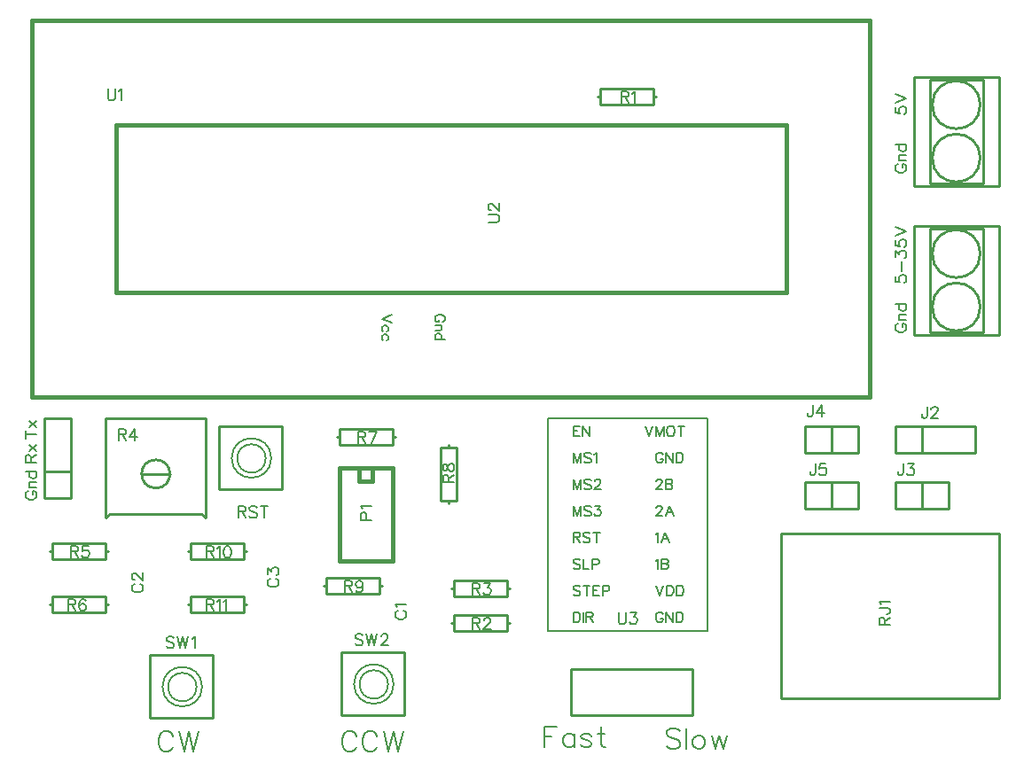
<source format=gto>
G04 Layer: TopSilkLayer*
G04 EasyEDA v6.1.49, Fri, 31 May 2019 17:24:00 GMT*
G04 71df6b768b89431483a7d7af08236151,dc0d9e76242740cdbd9464dc56747404,10*
G04 Gerber Generator version 0.2*
G04 Scale: 100 percent, Rotated: No, Reflected: No *
G04 Dimensions in millimeters *
G04 leading zeros omitted , absolute positions ,3 integer and 3 decimal *
%FSLAX33Y33*%
%MOMM*%
G90*
G71D02*

%ADD10C,0.254000*%
%ADD26C,0.381000*%
%ADD27C,0.127000*%
%ADD28C,0.177800*%
%ADD29C,0.203200*%

%LPD*%
G54D10*
G01X5080Y25400D02*
G01X2540Y25400D01*
G01X2540Y25400D02*
G01X2540Y27940D01*
G01X2540Y27940D02*
G01X2540Y33020D01*
G01X2540Y33020D02*
G01X5080Y33020D01*
G01X5080Y33020D02*
G01X5080Y27940D01*
G01X5080Y27940D02*
G01X5080Y25400D01*
G01X5080Y27940D02*
G01X2540Y27940D01*
G01X80264Y32258D02*
G01X80264Y29718D01*
G01X80264Y29718D02*
G01X77724Y29718D01*
G01X77724Y29718D02*
G01X75184Y29718D01*
G01X75184Y29718D02*
G01X75184Y32258D01*
G01X75184Y32258D02*
G01X77724Y32258D01*
G01X77724Y32258D02*
G01X80264Y32258D01*
G01X77724Y32258D02*
G01X77724Y29718D01*
G01X83820Y24384D02*
G01X83820Y26924D01*
G01X83820Y26924D02*
G01X86360Y26924D01*
G01X86360Y26924D02*
G01X88900Y26924D01*
G01X88900Y26924D02*
G01X88900Y24384D01*
G01X88900Y24384D02*
G01X86360Y24384D01*
G01X86360Y24384D02*
G01X83820Y24384D01*
G01X86360Y24384D02*
G01X86360Y26924D01*
G01X12653Y10414D02*
G01X18652Y10414D01*
G01X18652Y4414D01*
G01X12653Y4414D01*
G01X12653Y10414D01*
G01X30941Y10668D02*
G01X36940Y10668D01*
G01X36940Y4668D01*
G01X30941Y4668D01*
G01X30941Y10668D01*
G01X19257Y32258D02*
G01X25256Y32258D01*
G01X25256Y26258D01*
G01X19257Y26258D01*
G01X19257Y32258D01*
G01X85598Y51435D02*
G01X93726Y51435D01*
G01X93726Y41021D01*
G01X85598Y41021D01*
G01X85598Y51435D01*
G01X87122Y51181D02*
G01X92202Y51181D01*
G01X92202Y41275D01*
G01X87122Y41275D01*
G01X87122Y51181D01*
G01X52857Y9042D02*
G01X52857Y4673D01*
G01X52857Y4673D02*
G01X64490Y4673D01*
G01X64490Y4673D02*
G01X64490Y9042D01*
G01X64490Y9042D02*
G01X52857Y9042D01*
G01X85598Y65659D02*
G01X93726Y65659D01*
G01X93726Y55245D01*
G01X85598Y55245D01*
G01X85598Y65659D01*
G01X87122Y65405D02*
G01X92202Y65405D01*
G01X92202Y55499D01*
G01X87122Y55499D01*
G01X87122Y65405D01*
G54D26*
G01X9403Y45085D02*
G01X73400Y45085D01*
G01X73400Y45085D02*
G01X73400Y61087D01*
G01X73400Y61087D02*
G01X9403Y61087D01*
G01X9403Y61087D02*
G01X9403Y45085D01*
G01X1402Y71086D02*
G01X81401Y71086D01*
G01X81401Y71086D02*
G01X81401Y35085D01*
G01X81401Y35085D02*
G01X1402Y35085D01*
G01X1402Y35085D02*
G01X1402Y71086D01*
G54D27*
G01X65913Y12700D02*
G01X50673Y12700D01*
G01X50673Y33020D01*
G01X65913Y33020D01*
G01X65913Y12700D01*
G54D10*
G01X93728Y6311D02*
G01X93728Y22059D01*
G01X72900Y22059D01*
G01X72900Y6311D01*
G01X93728Y6311D01*
G01X60706Y62992D02*
G01X55626Y62992D01*
G01X55626Y62992D02*
G01X55626Y63754D01*
G01X55626Y63754D02*
G01X55626Y64516D01*
G01X55626Y64516D02*
G01X60706Y64516D01*
G01X60706Y64516D02*
G01X60706Y63754D01*
G01X60706Y63754D02*
G01X60706Y62992D01*
G01X55626Y63754D02*
G01X55372Y63754D01*
G01X60706Y63754D02*
G01X60960Y63754D01*
G01X41656Y14224D02*
G01X46736Y14224D01*
G01X46736Y14224D02*
G01X46736Y13462D01*
G01X46736Y13462D02*
G01X46736Y12700D01*
G01X46736Y12700D02*
G01X41656Y12700D01*
G01X41656Y12700D02*
G01X41656Y13462D01*
G01X41656Y13462D02*
G01X41656Y14224D01*
G01X46736Y13462D02*
G01X46990Y13462D01*
G01X41656Y13462D02*
G01X41402Y13462D01*
G01X83820Y29718D02*
G01X83820Y32258D01*
G01X83820Y32258D02*
G01X86360Y32258D01*
G01X86360Y32258D02*
G01X91440Y32258D01*
G01X91440Y32258D02*
G01X91440Y29718D01*
G01X91440Y29718D02*
G01X86360Y29718D01*
G01X86360Y29718D02*
G01X83820Y29718D01*
G01X86360Y29718D02*
G01X86360Y32258D01*
G01X41656Y17526D02*
G01X46736Y17526D01*
G01X46736Y17526D02*
G01X46736Y16764D01*
G01X46736Y16764D02*
G01X46736Y16002D01*
G01X46736Y16002D02*
G01X41656Y16002D01*
G01X41656Y16002D02*
G01X41656Y16764D01*
G01X41656Y16764D02*
G01X41656Y17526D01*
G01X46736Y16764D02*
G01X46990Y16764D01*
G01X41656Y16764D02*
G01X41402Y16764D01*
G01X75184Y24384D02*
G01X75184Y26924D01*
G01X75184Y26924D02*
G01X77724Y26924D01*
G01X77724Y26924D02*
G01X80264Y26924D01*
G01X80264Y26924D02*
G01X80264Y24384D01*
G01X80264Y24384D02*
G01X77724Y24384D01*
G01X77724Y24384D02*
G01X75184Y24384D01*
G01X77724Y24384D02*
G01X77724Y26924D01*
G54D26*
G01X35814Y28321D02*
G01X35814Y19431D01*
G01X35814Y19431D02*
G01X30734Y19431D01*
G01X30734Y19431D02*
G01X30734Y28321D01*
G01X30734Y28321D02*
G01X35814Y28321D01*
G01X33909Y28321D02*
G01X33909Y27051D01*
G01X33909Y27051D02*
G01X32639Y27051D01*
G01X32639Y27051D02*
G01X32639Y28321D01*
G54D10*
G01X14562Y27726D02*
G01X11851Y27726D01*
G01X17958Y33076D02*
G01X8458Y33076D01*
G01X8458Y27726D01*
G01X8458Y23576D01*
G01X8803Y23916D01*
G01X17566Y23916D01*
G01X17958Y23576D01*
G01X17958Y27726D01*
G01X17958Y33076D01*
G01X8382Y19558D02*
G01X3302Y19558D01*
G01X3302Y19558D02*
G01X3302Y20320D01*
G01X3302Y20320D02*
G01X3302Y21082D01*
G01X3302Y21082D02*
G01X8382Y21082D01*
G01X8382Y21082D02*
G01X8382Y20320D01*
G01X8382Y20320D02*
G01X8382Y19558D01*
G01X3302Y20320D02*
G01X3048Y20320D01*
G01X8382Y20320D02*
G01X8636Y20320D01*
G01X3302Y16002D02*
G01X8382Y16002D01*
G01X8382Y16002D02*
G01X8382Y15240D01*
G01X8382Y15240D02*
G01X8382Y14478D01*
G01X8382Y14478D02*
G01X3302Y14478D01*
G01X3302Y14478D02*
G01X3302Y15240D01*
G01X3302Y15240D02*
G01X3302Y16002D01*
G01X8382Y15240D02*
G01X8636Y15240D01*
G01X3302Y15240D02*
G01X3048Y15240D01*
G01X35814Y30480D02*
G01X30734Y30480D01*
G01X30734Y30480D02*
G01X30734Y31242D01*
G01X30734Y31242D02*
G01X30734Y32004D01*
G01X30734Y32004D02*
G01X35814Y32004D01*
G01X35814Y32004D02*
G01X35814Y31242D01*
G01X35814Y31242D02*
G01X35814Y30480D01*
G01X30734Y31242D02*
G01X30480Y31242D01*
G01X35814Y31242D02*
G01X36068Y31242D01*
G01X40386Y25146D02*
G01X40386Y30226D01*
G01X40386Y30226D02*
G01X41148Y30226D01*
G01X41148Y30226D02*
G01X41910Y30226D01*
G01X41910Y30226D02*
G01X41910Y25146D01*
G01X41910Y25146D02*
G01X41148Y25146D01*
G01X41148Y25146D02*
G01X40386Y25146D01*
G01X41148Y30226D02*
G01X41148Y30480D01*
G01X41148Y25146D02*
G01X41148Y24892D01*
G01X29464Y17780D02*
G01X34544Y17780D01*
G01X34544Y17780D02*
G01X34544Y17018D01*
G01X34544Y17018D02*
G01X34544Y16256D01*
G01X34544Y16256D02*
G01X29464Y16256D01*
G01X29464Y16256D02*
G01X29464Y17018D01*
G01X29464Y17018D02*
G01X29464Y17780D01*
G01X34544Y17018D02*
G01X34798Y17018D01*
G01X29464Y17018D02*
G01X29210Y17018D01*
G01X21590Y19558D02*
G01X16510Y19558D01*
G01X16510Y19558D02*
G01X16510Y20320D01*
G01X16510Y20320D02*
G01X16510Y21082D01*
G01X16510Y21082D02*
G01X21590Y21082D01*
G01X21590Y21082D02*
G01X21590Y20320D01*
G01X21590Y20320D02*
G01X21590Y19558D01*
G01X16510Y20320D02*
G01X16256Y20320D01*
G01X21590Y20320D02*
G01X21844Y20320D01*
G01X21590Y14478D02*
G01X16510Y14478D01*
G01X16510Y14478D02*
G01X16510Y15240D01*
G01X16510Y15240D02*
G01X16510Y16002D01*
G01X16510Y16002D02*
G01X21590Y16002D01*
G01X21590Y16002D02*
G01X21590Y15240D01*
G01X21590Y15240D02*
G01X21590Y14478D01*
G01X16510Y15240D02*
G01X16256Y15240D01*
G01X21590Y15240D02*
G01X21844Y15240D01*
G54D28*
G01X75958Y34290D02*
G01X75958Y33459D01*
G01X75905Y33304D01*
G01X75854Y33251D01*
G01X75750Y33200D01*
G01X75646Y33200D01*
G01X75542Y33251D01*
G01X75488Y33304D01*
G01X75438Y33459D01*
G01X75438Y33563D01*
G01X76819Y34290D02*
G01X76301Y33563D01*
G01X77078Y33563D01*
G01X76819Y34290D02*
G01X76819Y33200D01*
G01X84594Y28702D02*
G01X84594Y27871D01*
G01X84541Y27716D01*
G01X84490Y27663D01*
G01X84386Y27612D01*
G01X84282Y27612D01*
G01X84178Y27663D01*
G01X84124Y27716D01*
G01X84074Y27871D01*
G01X84074Y27975D01*
G01X85039Y28702D02*
G01X85610Y28702D01*
G01X85300Y28287D01*
G01X85455Y28287D01*
G01X85559Y28234D01*
G01X85610Y28183D01*
G01X85664Y28028D01*
G01X85664Y27924D01*
G01X85610Y27767D01*
G01X85509Y27663D01*
G01X85351Y27612D01*
G01X85196Y27612D01*
G01X85039Y27663D01*
G01X84988Y27716D01*
G01X84937Y27820D01*
G01X14950Y12037D02*
G01X14846Y12141D01*
G01X14691Y12192D01*
G01X14483Y12192D01*
G01X14328Y12141D01*
G01X14224Y12037D01*
G01X14224Y11932D01*
G01X14274Y11828D01*
G01X14328Y11777D01*
G01X14429Y11724D01*
G01X14742Y11620D01*
G01X14846Y11569D01*
G01X14899Y11518D01*
G01X14950Y11414D01*
G01X14950Y11257D01*
G01X14846Y11153D01*
G01X14691Y11102D01*
G01X14483Y11102D01*
G01X14328Y11153D01*
G01X14224Y11257D01*
G01X15293Y12192D02*
G01X15552Y11102D01*
G01X15814Y12192D02*
G01X15552Y11102D01*
G01X15814Y12192D02*
G01X16073Y11102D01*
G01X16332Y12192D02*
G01X16073Y11102D01*
G01X16675Y11986D02*
G01X16779Y12037D01*
G01X16934Y12192D01*
G01X16934Y11102D01*
G01X32984Y12291D02*
G01X32880Y12395D01*
G01X32725Y12446D01*
G01X32517Y12446D01*
G01X32362Y12395D01*
G01X32258Y12291D01*
G01X32258Y12186D01*
G01X32308Y12082D01*
G01X32362Y12031D01*
G01X32463Y11978D01*
G01X32776Y11874D01*
G01X32880Y11823D01*
G01X32933Y11772D01*
G01X32984Y11668D01*
G01X32984Y11511D01*
G01X32880Y11407D01*
G01X32725Y11356D01*
G01X32517Y11356D01*
G01X32362Y11407D01*
G01X32258Y11511D01*
G01X33327Y12446D02*
G01X33586Y11356D01*
G01X33848Y12446D02*
G01X33586Y11356D01*
G01X33848Y12446D02*
G01X34107Y11356D01*
G01X34366Y12446D02*
G01X34107Y11356D01*
G01X34762Y12186D02*
G01X34762Y12240D01*
G01X34813Y12344D01*
G01X34864Y12395D01*
G01X34968Y12446D01*
G01X35176Y12446D01*
G01X35280Y12395D01*
G01X35333Y12344D01*
G01X35384Y12240D01*
G01X35384Y12136D01*
G01X35333Y12031D01*
G01X35229Y11874D01*
G01X34709Y11356D01*
G01X35435Y11356D01*
G01X21081Y24637D02*
G01X21081Y23548D01*
G01X21081Y24637D02*
G01X21549Y24637D01*
G01X21704Y24587D01*
G01X21757Y24536D01*
G01X21808Y24432D01*
G01X21808Y24328D01*
G01X21757Y24223D01*
G01X21704Y24170D01*
G01X21549Y24119D01*
G01X21081Y24119D01*
G01X21445Y24119D02*
G01X21808Y23548D01*
G01X22877Y24483D02*
G01X22773Y24587D01*
G01X22618Y24637D01*
G01X22410Y24637D01*
G01X22255Y24587D01*
G01X22151Y24483D01*
G01X22151Y24378D01*
G01X22202Y24274D01*
G01X22255Y24223D01*
G01X22359Y24170D01*
G01X22672Y24066D01*
G01X22773Y24015D01*
G01X22826Y23964D01*
G01X22877Y23860D01*
G01X22877Y23703D01*
G01X22773Y23599D01*
G01X22618Y23548D01*
G01X22410Y23548D01*
G01X22255Y23599D01*
G01X22151Y23703D01*
G01X23586Y24637D02*
G01X23586Y23548D01*
G01X23220Y24637D02*
G01X23949Y24637D01*
G01X8636Y64516D02*
G01X8636Y63738D01*
G01X8689Y63581D01*
G01X8793Y63477D01*
G01X8948Y63426D01*
G01X9052Y63426D01*
G01X9207Y63477D01*
G01X9311Y63581D01*
G01X9365Y63738D01*
G01X9365Y64516D01*
G01X9707Y64310D02*
G01X9812Y64361D01*
G01X9966Y64516D01*
G01X9966Y63426D01*
G01X44957Y51795D02*
G01X45735Y51795D01*
G01X45892Y51846D01*
G01X45996Y51950D01*
G01X46047Y52108D01*
G01X46047Y52212D01*
G01X45996Y52367D01*
G01X45892Y52471D01*
G01X45735Y52522D01*
G01X44957Y52522D01*
G01X45217Y52918D02*
G01X45163Y52918D01*
G01X45059Y52969D01*
G01X45008Y53022D01*
G01X44957Y53126D01*
G01X44957Y53332D01*
G01X45008Y53436D01*
G01X45059Y53489D01*
G01X45163Y53540D01*
G01X45267Y53540D01*
G01X45371Y53489D01*
G01X45529Y53385D01*
G01X46047Y52864D01*
G01X46047Y53593D01*
G01X57404Y14478D02*
G01X57404Y13700D01*
G01X57454Y13543D01*
G01X57558Y13439D01*
G01X57716Y13388D01*
G01X57820Y13388D01*
G01X57975Y13439D01*
G01X58079Y13543D01*
G01X58130Y13700D01*
G01X58130Y14478D01*
G01X58577Y14478D02*
G01X59148Y14478D01*
G01X58839Y14063D01*
G01X58994Y14063D01*
G01X59098Y14010D01*
G01X59148Y13959D01*
G01X59202Y13804D01*
G01X59202Y13700D01*
G01X59148Y13543D01*
G01X59044Y13439D01*
G01X58889Y13388D01*
G01X58734Y13388D01*
G01X58577Y13439D01*
G01X58526Y13492D01*
G01X58473Y13596D01*
G54D29*
G01X53086Y29763D02*
G01X53086Y28793D01*
G01X53086Y29763D02*
G01X53454Y28793D01*
G01X53825Y29763D02*
G01X53454Y28793D01*
G01X53825Y29763D02*
G01X53825Y28793D01*
G01X54775Y29626D02*
G01X54683Y29718D01*
G01X54546Y29763D01*
G01X54361Y29763D01*
G01X54221Y29718D01*
G01X54129Y29626D01*
G01X54129Y29532D01*
G01X54175Y29441D01*
G01X54221Y29395D01*
G01X54315Y29349D01*
G01X54592Y29255D01*
G01X54683Y29210D01*
G01X54729Y29164D01*
G01X54775Y29070D01*
G01X54775Y28933D01*
G01X54683Y28841D01*
G01X54546Y28793D01*
G01X54361Y28793D01*
G01X54221Y28841D01*
G01X54129Y28933D01*
G01X55079Y29578D02*
G01X55173Y29626D01*
G01X55311Y29763D01*
G01X55311Y28793D01*
G01X53086Y27223D02*
G01X53086Y26253D01*
G01X53086Y27223D02*
G01X53454Y26253D01*
G01X53825Y27223D02*
G01X53454Y26253D01*
G01X53825Y27223D02*
G01X53825Y26253D01*
G01X54775Y27086D02*
G01X54683Y27178D01*
G01X54546Y27223D01*
G01X54361Y27223D01*
G01X54221Y27178D01*
G01X54129Y27086D01*
G01X54129Y26992D01*
G01X54175Y26901D01*
G01X54221Y26855D01*
G01X54315Y26809D01*
G01X54592Y26715D01*
G01X54683Y26670D01*
G01X54729Y26624D01*
G01X54775Y26530D01*
G01X54775Y26393D01*
G01X54683Y26301D01*
G01X54546Y26253D01*
G01X54361Y26253D01*
G01X54221Y26301D01*
G01X54129Y26393D01*
G01X55128Y26992D02*
G01X55128Y27038D01*
G01X55173Y27132D01*
G01X55219Y27178D01*
G01X55311Y27223D01*
G01X55496Y27223D01*
G01X55587Y27178D01*
G01X55636Y27132D01*
G01X55681Y27038D01*
G01X55681Y26946D01*
G01X55636Y26855D01*
G01X55542Y26715D01*
G01X55079Y26253D01*
G01X55727Y26253D01*
G01X53086Y24683D02*
G01X53086Y23713D01*
G01X53086Y24683D02*
G01X53454Y23713D01*
G01X53825Y24683D02*
G01X53454Y23713D01*
G01X53825Y24683D02*
G01X53825Y23713D01*
G01X54775Y24546D02*
G01X54683Y24638D01*
G01X54546Y24683D01*
G01X54361Y24683D01*
G01X54221Y24638D01*
G01X54129Y24546D01*
G01X54129Y24452D01*
G01X54175Y24361D01*
G01X54221Y24315D01*
G01X54315Y24269D01*
G01X54592Y24175D01*
G01X54683Y24130D01*
G01X54729Y24084D01*
G01X54775Y23990D01*
G01X54775Y23853D01*
G01X54683Y23761D01*
G01X54546Y23713D01*
G01X54361Y23713D01*
G01X54221Y23761D01*
G01X54129Y23853D01*
G01X55173Y24683D02*
G01X55681Y24683D01*
G01X55405Y24315D01*
G01X55542Y24315D01*
G01X55636Y24269D01*
G01X55681Y24221D01*
G01X55727Y24084D01*
G01X55727Y23990D01*
G01X55681Y23853D01*
G01X55587Y23761D01*
G01X55450Y23713D01*
G01X55311Y23713D01*
G01X55173Y23761D01*
G01X55128Y23807D01*
G01X55079Y23898D01*
G01X53733Y16926D02*
G01X53639Y17018D01*
G01X53502Y17063D01*
G01X53317Y17063D01*
G01X53177Y17018D01*
G01X53086Y16926D01*
G01X53086Y16832D01*
G01X53131Y16741D01*
G01X53177Y16695D01*
G01X53271Y16649D01*
G01X53548Y16555D01*
G01X53639Y16510D01*
G01X53685Y16464D01*
G01X53733Y16370D01*
G01X53733Y16233D01*
G01X53639Y16141D01*
G01X53502Y16093D01*
G01X53317Y16093D01*
G01X53177Y16141D01*
G01X53086Y16233D01*
G01X54361Y17063D02*
G01X54361Y16093D01*
G01X54038Y17063D02*
G01X54683Y17063D01*
G01X54988Y17063D02*
G01X54988Y16093D01*
G01X54988Y17063D02*
G01X55587Y17063D01*
G01X54988Y16601D02*
G01X55359Y16601D01*
G01X54988Y16093D02*
G01X55587Y16093D01*
G01X55892Y17063D02*
G01X55892Y16093D01*
G01X55892Y17063D02*
G01X56309Y17063D01*
G01X56448Y17018D01*
G01X56494Y16972D01*
G01X56540Y16878D01*
G01X56540Y16741D01*
G01X56494Y16649D01*
G01X56448Y16601D01*
G01X56309Y16555D01*
G01X55892Y16555D01*
G01X53086Y14523D02*
G01X53086Y13553D01*
G01X53086Y14523D02*
G01X53408Y14523D01*
G01X53548Y14478D01*
G01X53639Y14386D01*
G01X53685Y14292D01*
G01X53733Y14155D01*
G01X53733Y13924D01*
G01X53685Y13784D01*
G01X53639Y13693D01*
G01X53548Y13601D01*
G01X53408Y13553D01*
G01X53086Y13553D01*
G01X54038Y14523D02*
G01X54038Y13553D01*
G01X54343Y14523D02*
G01X54343Y13553D01*
G01X54343Y14523D02*
G01X54757Y14523D01*
G01X54897Y14478D01*
G01X54942Y14432D01*
G01X54988Y14338D01*
G01X54988Y14246D01*
G01X54942Y14155D01*
G01X54897Y14109D01*
G01X54757Y14061D01*
G01X54343Y14061D01*
G01X54665Y14061D02*
G01X54988Y13553D01*
G01X61653Y14292D02*
G01X61607Y14386D01*
G01X61513Y14478D01*
G01X61422Y14523D01*
G01X61236Y14523D01*
G01X61145Y14478D01*
G01X61051Y14386D01*
G01X61005Y14292D01*
G01X60960Y14155D01*
G01X60960Y13924D01*
G01X61005Y13784D01*
G01X61051Y13693D01*
G01X61145Y13601D01*
G01X61236Y13553D01*
G01X61422Y13553D01*
G01X61513Y13601D01*
G01X61607Y13693D01*
G01X61653Y13784D01*
G01X61653Y13924D01*
G01X61422Y13924D02*
G01X61653Y13924D01*
G01X61958Y14523D02*
G01X61958Y13553D01*
G01X61958Y14523D02*
G01X62603Y13553D01*
G01X62603Y14523D02*
G01X62603Y13553D01*
G01X62908Y14523D02*
G01X62908Y13553D01*
G01X62908Y14523D02*
G01X63233Y14523D01*
G01X63370Y14478D01*
G01X63461Y14386D01*
G01X63510Y14292D01*
G01X63555Y14155D01*
G01X63555Y13924D01*
G01X63510Y13784D01*
G01X63461Y13693D01*
G01X63370Y13601D01*
G01X63233Y13553D01*
G01X62908Y13553D01*
G01X60960Y17063D02*
G01X61328Y16093D01*
G01X61699Y17063D02*
G01X61328Y16093D01*
G01X62003Y17063D02*
G01X62003Y16093D01*
G01X62003Y17063D02*
G01X62326Y17063D01*
G01X62466Y17018D01*
G01X62557Y16926D01*
G01X62603Y16832D01*
G01X62649Y16695D01*
G01X62649Y16464D01*
G01X62603Y16324D01*
G01X62557Y16233D01*
G01X62466Y16141D01*
G01X62326Y16093D01*
G01X62003Y16093D01*
G01X62953Y17063D02*
G01X62953Y16093D01*
G01X62953Y17063D02*
G01X63279Y17063D01*
G01X63416Y17018D01*
G01X63510Y16926D01*
G01X63555Y16832D01*
G01X63601Y16695D01*
G01X63601Y16464D01*
G01X63555Y16324D01*
G01X63510Y16233D01*
G01X63416Y16141D01*
G01X63279Y16093D01*
G01X62953Y16093D01*
G01X60960Y19418D02*
G01X61051Y19466D01*
G01X61191Y19603D01*
G01X61191Y18633D01*
G01X61495Y19603D02*
G01X61495Y18633D01*
G01X61495Y19603D02*
G01X61912Y19603D01*
G01X62049Y19558D01*
G01X62095Y19512D01*
G01X62141Y19418D01*
G01X62141Y19326D01*
G01X62095Y19235D01*
G01X62049Y19189D01*
G01X61912Y19141D01*
G01X61495Y19141D02*
G01X61912Y19141D01*
G01X62049Y19095D01*
G01X62095Y19050D01*
G01X62141Y18958D01*
G01X62141Y18818D01*
G01X62095Y18727D01*
G01X62049Y18681D01*
G01X61912Y18633D01*
G01X61495Y18633D01*
G01X60960Y21958D02*
G01X61051Y22006D01*
G01X61191Y22143D01*
G01X61191Y21173D01*
G01X61864Y22143D02*
G01X61495Y21173D01*
G01X61864Y22143D02*
G01X62235Y21173D01*
G01X61633Y21498D02*
G01X62095Y21498D01*
G01X61005Y24452D02*
G01X61005Y24498D01*
G01X61051Y24592D01*
G01X61099Y24638D01*
G01X61191Y24683D01*
G01X61376Y24683D01*
G01X61468Y24638D01*
G01X61513Y24592D01*
G01X61559Y24498D01*
G01X61559Y24406D01*
G01X61513Y24315D01*
G01X61422Y24175D01*
G01X60960Y23713D01*
G01X61607Y23713D01*
G01X62280Y24683D02*
G01X61912Y23713D01*
G01X62280Y24683D02*
G01X62649Y23713D01*
G01X62049Y24038D02*
G01X62511Y24038D01*
G01X61005Y26992D02*
G01X61005Y27038D01*
G01X61051Y27132D01*
G01X61099Y27178D01*
G01X61191Y27223D01*
G01X61376Y27223D01*
G01X61468Y27178D01*
G01X61513Y27132D01*
G01X61559Y27038D01*
G01X61559Y26946D01*
G01X61513Y26855D01*
G01X61422Y26715D01*
G01X60960Y26253D01*
G01X61607Y26253D01*
G01X61912Y27223D02*
G01X61912Y26253D01*
G01X61912Y27223D02*
G01X62326Y27223D01*
G01X62466Y27178D01*
G01X62511Y27132D01*
G01X62557Y27038D01*
G01X62557Y26946D01*
G01X62511Y26855D01*
G01X62466Y26809D01*
G01X62326Y26761D01*
G01X61912Y26761D02*
G01X62326Y26761D01*
G01X62466Y26715D01*
G01X62511Y26670D01*
G01X62557Y26578D01*
G01X62557Y26438D01*
G01X62511Y26347D01*
G01X62466Y26301D01*
G01X62326Y26253D01*
G01X61912Y26253D01*
G01X61653Y29532D02*
G01X61607Y29626D01*
G01X61513Y29718D01*
G01X61422Y29763D01*
G01X61236Y29763D01*
G01X61145Y29718D01*
G01X61051Y29626D01*
G01X61005Y29532D01*
G01X60960Y29395D01*
G01X60960Y29164D01*
G01X61005Y29024D01*
G01X61051Y28933D01*
G01X61145Y28841D01*
G01X61236Y28793D01*
G01X61422Y28793D01*
G01X61513Y28841D01*
G01X61607Y28933D01*
G01X61653Y29024D01*
G01X61653Y29164D01*
G01X61422Y29164D02*
G01X61653Y29164D01*
G01X61958Y29763D02*
G01X61958Y28793D01*
G01X61958Y29763D02*
G01X62603Y28793D01*
G01X62603Y29763D02*
G01X62603Y28793D01*
G01X62908Y29763D02*
G01X62908Y28793D01*
G01X62908Y29763D02*
G01X63233Y29763D01*
G01X63370Y29718D01*
G01X63461Y29626D01*
G01X63510Y29532D01*
G01X63555Y29395D01*
G01X63555Y29164D01*
G01X63510Y29024D01*
G01X63461Y28933D01*
G01X63370Y28841D01*
G01X63233Y28793D01*
G01X62908Y28793D01*
G01X59944Y32303D02*
G01X60312Y31333D01*
G01X60683Y32303D02*
G01X60312Y31333D01*
G01X60987Y32303D02*
G01X60987Y31333D01*
G01X60987Y32303D02*
G01X61356Y31333D01*
G01X61727Y32303D02*
G01X61356Y31333D01*
G01X61727Y32303D02*
G01X61727Y31333D01*
G01X62308Y32303D02*
G01X62217Y32258D01*
G01X62123Y32166D01*
G01X62077Y32072D01*
G01X62031Y31935D01*
G01X62031Y31704D01*
G01X62077Y31564D01*
G01X62123Y31473D01*
G01X62217Y31381D01*
G01X62308Y31333D01*
G01X62494Y31333D01*
G01X62585Y31381D01*
G01X62677Y31473D01*
G01X62725Y31564D01*
G01X62771Y31704D01*
G01X62771Y31935D01*
G01X62725Y32072D01*
G01X62677Y32166D01*
G01X62585Y32258D01*
G01X62494Y32303D01*
G01X62308Y32303D01*
G01X63398Y32303D02*
G01X63398Y31333D01*
G01X63075Y32303D02*
G01X63720Y32303D01*
G01X53086Y32303D02*
G01X53086Y31333D01*
G01X53086Y32303D02*
G01X53685Y32303D01*
G01X53086Y31841D02*
G01X53454Y31841D01*
G01X53086Y31333D02*
G01X53685Y31333D01*
G01X53990Y32303D02*
G01X53990Y31333D01*
G01X53990Y32303D02*
G01X54637Y31333D01*
G01X54637Y32303D02*
G01X54637Y31333D01*
G01X53086Y22143D02*
G01X53086Y21173D01*
G01X53086Y22143D02*
G01X53502Y22143D01*
G01X53639Y22098D01*
G01X53685Y22052D01*
G01X53733Y21958D01*
G01X53733Y21866D01*
G01X53685Y21775D01*
G01X53639Y21729D01*
G01X53502Y21681D01*
G01X53086Y21681D01*
G01X53408Y21681D02*
G01X53733Y21173D01*
G01X54683Y22006D02*
G01X54592Y22098D01*
G01X54452Y22143D01*
G01X54267Y22143D01*
G01X54129Y22098D01*
G01X54038Y22006D01*
G01X54038Y21912D01*
G01X54084Y21821D01*
G01X54129Y21775D01*
G01X54221Y21729D01*
G01X54498Y21635D01*
G01X54592Y21590D01*
G01X54637Y21544D01*
G01X54683Y21450D01*
G01X54683Y21313D01*
G01X54592Y21221D01*
G01X54452Y21173D01*
G01X54267Y21173D01*
G01X54129Y21221D01*
G01X54038Y21313D01*
G01X55311Y22143D02*
G01X55311Y21173D01*
G01X54988Y22143D02*
G01X55636Y22143D01*
G01X53733Y19466D02*
G01X53639Y19558D01*
G01X53502Y19603D01*
G01X53317Y19603D01*
G01X53177Y19558D01*
G01X53086Y19466D01*
G01X53086Y19372D01*
G01X53131Y19281D01*
G01X53177Y19235D01*
G01X53271Y19189D01*
G01X53548Y19095D01*
G01X53639Y19050D01*
G01X53685Y19004D01*
G01X53733Y18910D01*
G01X53733Y18773D01*
G01X53639Y18681D01*
G01X53502Y18633D01*
G01X53317Y18633D01*
G01X53177Y18681D01*
G01X53086Y18773D01*
G01X54038Y19603D02*
G01X54038Y18633D01*
G01X54038Y18633D02*
G01X54592Y18633D01*
G01X54897Y19603D02*
G01X54897Y18633D01*
G01X54897Y19603D02*
G01X55311Y19603D01*
G01X55450Y19558D01*
G01X55496Y19512D01*
G01X55542Y19418D01*
G01X55542Y19281D01*
G01X55496Y19189D01*
G01X55450Y19141D01*
G01X55311Y19095D01*
G01X54897Y19095D01*
G54D28*
G01X82295Y13302D02*
G01X83385Y13302D01*
G01X82295Y13302D02*
G01X82295Y13769D01*
G01X82346Y13924D01*
G01X82397Y13977D01*
G01X82501Y14028D01*
G01X82605Y14028D01*
G01X82709Y13977D01*
G01X82763Y13924D01*
G01X82814Y13769D01*
G01X82814Y13302D01*
G01X82814Y13665D02*
G01X83385Y14028D01*
G01X82295Y14892D02*
G01X83126Y14892D01*
G01X83281Y14838D01*
G01X83334Y14787D01*
G01X83385Y14683D01*
G01X83385Y14579D01*
G01X83334Y14475D01*
G01X83281Y14424D01*
G01X83126Y14371D01*
G01X83022Y14371D01*
G01X82501Y15234D02*
G01X82450Y15339D01*
G01X82295Y15494D01*
G01X83385Y15494D01*
G01X36327Y14638D02*
G01X36222Y14584D01*
G01X36118Y14480D01*
G01X36068Y14378D01*
G01X36068Y14170D01*
G01X36118Y14066D01*
G01X36222Y13962D01*
G01X36327Y13909D01*
G01X36482Y13858D01*
G01X36741Y13858D01*
G01X36898Y13909D01*
G01X37002Y13962D01*
G01X37106Y14066D01*
G01X37157Y14170D01*
G01X37157Y14378D01*
G01X37106Y14480D01*
G01X37002Y14584D01*
G01X36898Y14638D01*
G01X36273Y14980D02*
G01X36222Y15085D01*
G01X36068Y15240D01*
G01X37157Y15240D01*
G01X11181Y17218D02*
G01X11076Y17165D01*
G01X10972Y17061D01*
G01X10922Y16959D01*
G01X10922Y16751D01*
G01X10972Y16647D01*
G01X11076Y16542D01*
G01X11181Y16489D01*
G01X11336Y16438D01*
G01X11595Y16438D01*
G01X11752Y16489D01*
G01X11856Y16542D01*
G01X11960Y16647D01*
G01X12011Y16751D01*
G01X12011Y16959D01*
G01X11960Y17061D01*
G01X11856Y17165D01*
G01X11752Y17218D01*
G01X11181Y17612D02*
G01X11127Y17612D01*
G01X11023Y17665D01*
G01X10972Y17716D01*
G01X10922Y17820D01*
G01X10922Y18028D01*
G01X10972Y18133D01*
G01X11023Y18183D01*
G01X11127Y18237D01*
G01X11231Y18237D01*
G01X11336Y18183D01*
G01X11493Y18079D01*
G01X12011Y17561D01*
G01X12011Y18287D01*
G01X57658Y64262D02*
G01X57658Y63172D01*
G01X57658Y64262D02*
G01X58125Y64262D01*
G01X58280Y64211D01*
G01X58333Y64160D01*
G01X58384Y64056D01*
G01X58384Y63952D01*
G01X58333Y63847D01*
G01X58280Y63794D01*
G01X58125Y63743D01*
G01X57658Y63743D01*
G01X58021Y63743D02*
G01X58384Y63172D01*
G01X58727Y64056D02*
G01X58831Y64107D01*
G01X58988Y64262D01*
G01X58988Y63172D01*
G01X43434Y13970D02*
G01X43434Y12880D01*
G01X43434Y13970D02*
G01X43901Y13970D01*
G01X44056Y13919D01*
G01X44109Y13868D01*
G01X44160Y13764D01*
G01X44160Y13660D01*
G01X44109Y13556D01*
G01X44056Y13502D01*
G01X43901Y13451D01*
G01X43434Y13451D01*
G01X43797Y13451D02*
G01X44160Y12880D01*
G01X44556Y13710D02*
G01X44556Y13764D01*
G01X44607Y13868D01*
G01X44660Y13919D01*
G01X44764Y13970D01*
G01X44970Y13970D01*
G01X45074Y13919D01*
G01X45128Y13868D01*
G01X45178Y13764D01*
G01X45178Y13660D01*
G01X45128Y13556D01*
G01X45024Y13398D01*
G01X44503Y12880D01*
G01X45232Y12880D01*
G01X86880Y34150D02*
G01X86880Y33319D01*
G01X86827Y33164D01*
G01X86776Y33111D01*
G01X86672Y33060D01*
G01X86568Y33060D01*
G01X86464Y33111D01*
G01X86410Y33164D01*
G01X86360Y33319D01*
G01X86360Y33423D01*
G01X87274Y33891D02*
G01X87274Y33944D01*
G01X87325Y34048D01*
G01X87378Y34099D01*
G01X87482Y34150D01*
G01X87690Y34150D01*
G01X87795Y34099D01*
G01X87845Y34048D01*
G01X87896Y33944D01*
G01X87896Y33840D01*
G01X87845Y33736D01*
G01X87741Y33578D01*
G01X87223Y33060D01*
G01X87950Y33060D01*
G01X24135Y17726D02*
G01X24030Y17673D01*
G01X23926Y17569D01*
G01X23876Y17467D01*
G01X23876Y17259D01*
G01X23926Y17155D01*
G01X24030Y17051D01*
G01X24135Y16997D01*
G01X24290Y16946D01*
G01X24549Y16946D01*
G01X24706Y16997D01*
G01X24810Y17051D01*
G01X24914Y17155D01*
G01X24965Y17259D01*
G01X24965Y17467D01*
G01X24914Y17569D01*
G01X24810Y17673D01*
G01X24706Y17726D01*
G01X23876Y18173D02*
G01X23876Y18745D01*
G01X24290Y18432D01*
G01X24290Y18587D01*
G01X24343Y18691D01*
G01X24394Y18745D01*
G01X24549Y18796D01*
G01X24653Y18796D01*
G01X24810Y18745D01*
G01X24914Y18641D01*
G01X24965Y18483D01*
G01X24965Y18328D01*
G01X24914Y18173D01*
G01X24861Y18120D01*
G01X24757Y18069D01*
G01X43433Y17272D02*
G01X43433Y16182D01*
G01X43433Y17272D02*
G01X43901Y17272D01*
G01X44056Y17221D01*
G01X44109Y17170D01*
G01X44160Y17066D01*
G01X44160Y16962D01*
G01X44109Y16858D01*
G01X44056Y16804D01*
G01X43901Y16753D01*
G01X43433Y16753D01*
G01X43797Y16753D02*
G01X44160Y16182D01*
G01X44607Y17272D02*
G01X45178Y17272D01*
G01X44869Y16858D01*
G01X45023Y16858D01*
G01X45128Y16804D01*
G01X45178Y16753D01*
G01X45232Y16598D01*
G01X45232Y16494D01*
G01X45178Y16337D01*
G01X45074Y16233D01*
G01X44919Y16182D01*
G01X44764Y16182D01*
G01X44607Y16233D01*
G01X44556Y16286D01*
G01X44503Y16390D01*
G01X76212Y28702D02*
G01X76212Y27871D01*
G01X76159Y27716D01*
G01X76108Y27663D01*
G01X76004Y27612D01*
G01X75900Y27612D01*
G01X75796Y27663D01*
G01X75742Y27716D01*
G01X75692Y27871D01*
G01X75692Y27975D01*
G01X77177Y28702D02*
G01X76657Y28702D01*
G01X76606Y28234D01*
G01X76657Y28287D01*
G01X76814Y28338D01*
G01X76969Y28338D01*
G01X77127Y28287D01*
G01X77228Y28183D01*
G01X77282Y28028D01*
G01X77282Y27924D01*
G01X77228Y27767D01*
G01X77127Y27663D01*
G01X76969Y27612D01*
G01X76814Y27612D01*
G01X76657Y27663D01*
G01X76606Y27716D01*
G01X76555Y27820D01*
G01X32766Y23307D02*
G01X33855Y23307D01*
G01X32766Y23307D02*
G01X32766Y23774D01*
G01X32816Y23929D01*
G01X32867Y23982D01*
G01X32971Y24033D01*
G01X33129Y24033D01*
G01X33233Y23982D01*
G01X33284Y23929D01*
G01X33337Y23774D01*
G01X33337Y23307D01*
G01X32971Y24376D02*
G01X32920Y24480D01*
G01X32766Y24638D01*
G01X33855Y24638D01*
G01X9651Y32003D02*
G01X9651Y30914D01*
G01X9651Y32003D02*
G01X10119Y32003D01*
G01X10274Y31953D01*
G01X10327Y31902D01*
G01X10378Y31798D01*
G01X10378Y31694D01*
G01X10327Y31589D01*
G01X10274Y31536D01*
G01X10119Y31485D01*
G01X9651Y31485D01*
G01X10015Y31485D02*
G01X10378Y30914D01*
G01X11241Y32003D02*
G01X10721Y31277D01*
G01X11501Y31277D01*
G01X11241Y32003D02*
G01X11241Y30914D01*
G01X5080Y20828D02*
G01X5080Y19738D01*
G01X5080Y20828D02*
G01X5547Y20828D01*
G01X5702Y20777D01*
G01X5755Y20726D01*
G01X5806Y20622D01*
G01X5806Y20518D01*
G01X5755Y20413D01*
G01X5702Y20360D01*
G01X5547Y20309D01*
G01X5080Y20309D01*
G01X5443Y20309D02*
G01X5806Y19738D01*
G01X6774Y20828D02*
G01X6253Y20828D01*
G01X6202Y20360D01*
G01X6253Y20413D01*
G01X6410Y20464D01*
G01X6565Y20464D01*
G01X6720Y20413D01*
G01X6824Y20309D01*
G01X6878Y20154D01*
G01X6878Y20050D01*
G01X6824Y19893D01*
G01X6720Y19789D01*
G01X6565Y19738D01*
G01X6410Y19738D01*
G01X6253Y19789D01*
G01X6202Y19842D01*
G01X6149Y19946D01*
G01X4826Y15748D02*
G01X4826Y14658D01*
G01X4826Y15748D02*
G01X5293Y15748D01*
G01X5448Y15697D01*
G01X5501Y15646D01*
G01X5552Y15542D01*
G01X5552Y15438D01*
G01X5501Y15334D01*
G01X5448Y15280D01*
G01X5293Y15229D01*
G01X4826Y15229D01*
G01X5189Y15229D02*
G01X5552Y14658D01*
G01X6520Y15593D02*
G01X6466Y15697D01*
G01X6311Y15748D01*
G01X6207Y15748D01*
G01X6052Y15697D01*
G01X5948Y15542D01*
G01X5895Y15280D01*
G01X5895Y15021D01*
G01X5948Y14813D01*
G01X6052Y14709D01*
G01X6207Y14658D01*
G01X6261Y14658D01*
G01X6416Y14709D01*
G01X6520Y14813D01*
G01X6570Y14970D01*
G01X6570Y15021D01*
G01X6520Y15176D01*
G01X6416Y15280D01*
G01X6261Y15334D01*
G01X6207Y15334D01*
G01X6052Y15280D01*
G01X5948Y15176D01*
G01X5895Y15021D01*
G01X32511Y31750D02*
G01X32511Y30660D01*
G01X32511Y31750D02*
G01X32979Y31750D01*
G01X33136Y31699D01*
G01X33187Y31645D01*
G01X33240Y31541D01*
G01X33240Y31440D01*
G01X33187Y31335D01*
G01X33136Y31282D01*
G01X32979Y31231D01*
G01X32511Y31231D01*
G01X32875Y31231D02*
G01X33240Y30660D01*
G01X34310Y31750D02*
G01X33789Y30660D01*
G01X33583Y31750D02*
G01X34310Y31750D01*
G01X40639Y26924D02*
G01X41729Y26924D01*
G01X40639Y26924D02*
G01X40639Y27391D01*
G01X40690Y27546D01*
G01X40741Y27599D01*
G01X40845Y27650D01*
G01X40949Y27650D01*
G01X41053Y27599D01*
G01X41107Y27546D01*
G01X41158Y27391D01*
G01X41158Y26924D01*
G01X41158Y27287D02*
G01X41729Y27650D01*
G01X40639Y28254D02*
G01X40690Y28097D01*
G01X40794Y28046D01*
G01X40899Y28046D01*
G01X41003Y28097D01*
G01X41053Y28201D01*
G01X41107Y28409D01*
G01X41158Y28564D01*
G01X41262Y28668D01*
G01X41366Y28722D01*
G01X41521Y28722D01*
G01X41625Y28668D01*
G01X41678Y28618D01*
G01X41729Y28460D01*
G01X41729Y28254D01*
G01X41678Y28097D01*
G01X41625Y28046D01*
G01X41521Y27993D01*
G01X41366Y27993D01*
G01X41262Y28046D01*
G01X41158Y28150D01*
G01X41107Y28305D01*
G01X41053Y28514D01*
G01X41003Y28618D01*
G01X40899Y28668D01*
G01X40794Y28668D01*
G01X40690Y28618D01*
G01X40639Y28460D01*
G01X40639Y28254D01*
G01X31241Y17526D02*
G01X31241Y16436D01*
G01X31241Y17526D02*
G01X31709Y17526D01*
G01X31864Y17475D01*
G01X31917Y17424D01*
G01X31968Y17320D01*
G01X31968Y17216D01*
G01X31917Y17112D01*
G01X31864Y17058D01*
G01X31709Y17007D01*
G01X31241Y17007D01*
G01X31605Y17007D02*
G01X31968Y16436D01*
G01X32986Y17162D02*
G01X32936Y17007D01*
G01X32831Y16903D01*
G01X32677Y16852D01*
G01X32623Y16852D01*
G01X32468Y16903D01*
G01X32364Y17007D01*
G01X32311Y17162D01*
G01X32311Y17216D01*
G01X32364Y17371D01*
G01X32468Y17475D01*
G01X32623Y17526D01*
G01X32677Y17526D01*
G01X32831Y17475D01*
G01X32936Y17371D01*
G01X32986Y17162D01*
G01X32986Y16903D01*
G01X32936Y16644D01*
G01X32831Y16487D01*
G01X32677Y16436D01*
G01X32572Y16436D01*
G01X32415Y16487D01*
G01X32364Y16591D01*
G01X18034Y20828D02*
G01X18034Y19738D01*
G01X18034Y20828D02*
G01X18501Y20828D01*
G01X18656Y20777D01*
G01X18709Y20726D01*
G01X18760Y20622D01*
G01X18760Y20518D01*
G01X18709Y20413D01*
G01X18656Y20360D01*
G01X18501Y20309D01*
G01X18034Y20309D01*
G01X18397Y20309D02*
G01X18760Y19738D01*
G01X19103Y20622D02*
G01X19207Y20673D01*
G01X19364Y20828D01*
G01X19364Y19738D01*
G01X20017Y20828D02*
G01X19862Y20777D01*
G01X19758Y20622D01*
G01X19707Y20360D01*
G01X19707Y20205D01*
G01X19758Y19946D01*
G01X19862Y19789D01*
G01X20017Y19738D01*
G01X20121Y19738D01*
G01X20279Y19789D01*
G01X20383Y19946D01*
G01X20434Y20205D01*
G01X20434Y20360D01*
G01X20383Y20622D01*
G01X20279Y20777D01*
G01X20121Y20828D01*
G01X20017Y20828D01*
G01X18034Y15748D02*
G01X18034Y14658D01*
G01X18034Y15748D02*
G01X18501Y15748D01*
G01X18656Y15697D01*
G01X18709Y15646D01*
G01X18760Y15542D01*
G01X18760Y15438D01*
G01X18709Y15333D01*
G01X18656Y15280D01*
G01X18501Y15229D01*
G01X18034Y15229D01*
G01X18397Y15229D02*
G01X18760Y14658D01*
G01X19103Y15542D02*
G01X19207Y15593D01*
G01X19364Y15748D01*
G01X19364Y14658D01*
G01X19707Y15542D02*
G01X19812Y15593D01*
G01X19966Y15748D01*
G01X19966Y14658D01*
G54D29*
G01X32372Y2679D02*
G01X32280Y2862D01*
G01X32095Y3048D01*
G01X31912Y3139D01*
G01X31541Y3139D01*
G01X31356Y3048D01*
G01X31173Y2862D01*
G01X31079Y2679D01*
G01X30988Y2400D01*
G01X30988Y1940D01*
G01X31079Y1663D01*
G01X31173Y1478D01*
G01X31356Y1292D01*
G01X31541Y1201D01*
G01X31912Y1201D01*
G01X32095Y1292D01*
G01X32280Y1478D01*
G01X32372Y1663D01*
G01X34368Y2679D02*
G01X34277Y2862D01*
G01X34091Y3048D01*
G01X33906Y3139D01*
G01X33538Y3139D01*
G01X33352Y3048D01*
G01X33167Y2862D01*
G01X33075Y2679D01*
G01X32981Y2400D01*
G01X32981Y1940D01*
G01X33075Y1663D01*
G01X33167Y1478D01*
G01X33352Y1292D01*
G01X33538Y1201D01*
G01X33906Y1201D01*
G01X34091Y1292D01*
G01X34277Y1478D01*
G01X34368Y1663D01*
G01X34978Y3139D02*
G01X35440Y1201D01*
G01X35902Y3139D02*
G01X35440Y1201D01*
G01X35902Y3139D02*
G01X36362Y1201D01*
G01X36824Y3139D02*
G01X36362Y1201D01*
G01X14846Y2679D02*
G01X14754Y2862D01*
G01X14569Y3048D01*
G01X14386Y3139D01*
G01X14015Y3139D01*
G01X13830Y3048D01*
G01X13647Y2862D01*
G01X13553Y2679D01*
G01X13462Y2400D01*
G01X13462Y1940D01*
G01X13553Y1663D01*
G01X13647Y1478D01*
G01X13830Y1292D01*
G01X14015Y1201D01*
G01X14386Y1201D01*
G01X14569Y1292D01*
G01X14754Y1478D01*
G01X14846Y1663D01*
G01X15455Y3139D02*
G01X15918Y1201D01*
G01X16380Y3139D02*
G01X15918Y1201D01*
G01X16380Y3139D02*
G01X16842Y1201D01*
G01X17305Y3139D02*
G01X16842Y1201D01*
G01X50292Y3556D02*
G01X50292Y1617D01*
G01X50292Y3556D02*
G01X51493Y3556D01*
G01X50292Y2633D02*
G01X51031Y2633D01*
G01X53210Y2910D02*
G01X53210Y1617D01*
G01X53210Y2633D02*
G01X53025Y2816D01*
G01X52842Y2910D01*
G01X52565Y2910D01*
G01X52379Y2816D01*
G01X52194Y2633D01*
G01X52103Y2357D01*
G01X52103Y2171D01*
G01X52194Y1894D01*
G01X52379Y1709D01*
G01X52565Y1617D01*
G01X52842Y1617D01*
G01X53025Y1709D01*
G01X53210Y1894D01*
G01X54836Y2633D02*
G01X54744Y2816D01*
G01X54467Y2910D01*
G01X54190Y2910D01*
G01X53911Y2816D01*
G01X53820Y2633D01*
G01X53911Y2448D01*
G01X54096Y2357D01*
G01X54559Y2263D01*
G01X54744Y2171D01*
G01X54836Y1986D01*
G01X54836Y1894D01*
G01X54744Y1709D01*
G01X54467Y1617D01*
G01X54190Y1617D01*
G01X53911Y1709D01*
G01X53820Y1894D01*
G01X55722Y3556D02*
G01X55722Y1986D01*
G01X55816Y1709D01*
G01X55999Y1617D01*
G01X56184Y1617D01*
G01X55445Y2910D02*
G01X56093Y2910D01*
G01X63268Y3116D02*
G01X63083Y3302D01*
G01X62806Y3393D01*
G01X62438Y3393D01*
G01X62161Y3302D01*
G01X61976Y3116D01*
G01X61976Y2933D01*
G01X62067Y2748D01*
G01X62161Y2654D01*
G01X62344Y2562D01*
G01X62900Y2377D01*
G01X63083Y2286D01*
G01X63177Y2194D01*
G01X63268Y2009D01*
G01X63268Y1732D01*
G01X63083Y1546D01*
G01X62806Y1455D01*
G01X62438Y1455D01*
G01X62161Y1546D01*
G01X61976Y1732D01*
G01X63878Y3393D02*
G01X63878Y1455D01*
G01X64950Y2748D02*
G01X64764Y2654D01*
G01X64579Y2471D01*
G01X64488Y2194D01*
G01X64488Y2009D01*
G01X64579Y1732D01*
G01X64764Y1546D01*
G01X64950Y1455D01*
G01X65227Y1455D01*
G01X65412Y1546D01*
G01X65595Y1732D01*
G01X65689Y2009D01*
G01X65689Y2194D01*
G01X65595Y2471D01*
G01X65412Y2654D01*
G01X65227Y2748D01*
G01X64950Y2748D01*
G01X66299Y2748D02*
G01X66667Y1455D01*
G01X67038Y2748D02*
G01X66667Y1455D01*
G01X67038Y2748D02*
G01X67406Y1455D01*
G01X67777Y2748D02*
G01X67406Y1455D01*
G54D28*
G01X1021Y26060D02*
G01X916Y26007D01*
G01X812Y25902D01*
G01X762Y25801D01*
G01X762Y25593D01*
G01X812Y25488D01*
G01X916Y25384D01*
G01X1021Y25331D01*
G01X1176Y25280D01*
G01X1435Y25280D01*
G01X1592Y25331D01*
G01X1696Y25384D01*
G01X1800Y25488D01*
G01X1851Y25593D01*
G01X1851Y25801D01*
G01X1800Y25902D01*
G01X1696Y26007D01*
G01X1592Y26060D01*
G01X1435Y26060D01*
G01X1435Y25801D02*
G01X1435Y26060D01*
G01X1125Y26403D02*
G01X1851Y26403D01*
G01X1333Y26403D02*
G01X1176Y26558D01*
G01X1125Y26662D01*
G01X1125Y26817D01*
G01X1176Y26921D01*
G01X1333Y26974D01*
G01X1851Y26974D01*
G01X762Y27940D02*
G01X1851Y27940D01*
G01X1280Y27940D02*
G01X1176Y27835D01*
G01X1125Y27731D01*
G01X1125Y27576D01*
G01X1176Y27472D01*
G01X1280Y27368D01*
G01X1435Y27317D01*
G01X1539Y27317D01*
G01X1696Y27368D01*
G01X1800Y27472D01*
G01X1851Y27576D01*
G01X1851Y27731D01*
G01X1800Y27835D01*
G01X1696Y27940D01*
G01X84079Y42062D02*
G01X83974Y42009D01*
G01X83870Y41904D01*
G01X83820Y41803D01*
G01X83820Y41595D01*
G01X83870Y41490D01*
G01X83974Y41386D01*
G01X84079Y41333D01*
G01X84234Y41282D01*
G01X84493Y41282D01*
G01X84650Y41333D01*
G01X84754Y41386D01*
G01X84858Y41490D01*
G01X84909Y41595D01*
G01X84909Y41803D01*
G01X84858Y41904D01*
G01X84754Y42009D01*
G01X84650Y42062D01*
G01X84493Y42062D01*
G01X84493Y41803D02*
G01X84493Y42062D01*
G01X84183Y42405D02*
G01X84909Y42405D01*
G01X84391Y42405D02*
G01X84234Y42560D01*
G01X84183Y42664D01*
G01X84183Y42819D01*
G01X84234Y42923D01*
G01X84391Y42976D01*
G01X84909Y42976D01*
G01X83820Y43942D02*
G01X84909Y43942D01*
G01X84338Y43942D02*
G01X84234Y43837D01*
G01X84183Y43733D01*
G01X84183Y43578D01*
G01X84234Y43474D01*
G01X84338Y43370D01*
G01X84493Y43319D01*
G01X84597Y43319D01*
G01X84754Y43370D01*
G01X84858Y43474D01*
G01X84909Y43578D01*
G01X84909Y43733D01*
G01X84858Y43837D01*
G01X84754Y43942D01*
G01X84079Y57302D02*
G01X83974Y57249D01*
G01X83870Y57144D01*
G01X83820Y57043D01*
G01X83820Y56835D01*
G01X83870Y56730D01*
G01X83974Y56626D01*
G01X84079Y56573D01*
G01X84234Y56522D01*
G01X84493Y56522D01*
G01X84650Y56573D01*
G01X84754Y56626D01*
G01X84858Y56730D01*
G01X84909Y56835D01*
G01X84909Y57043D01*
G01X84858Y57144D01*
G01X84754Y57249D01*
G01X84650Y57302D01*
G01X84493Y57302D01*
G01X84493Y57043D02*
G01X84493Y57302D01*
G01X84183Y57645D02*
G01X84909Y57645D01*
G01X84391Y57645D02*
G01X84234Y57800D01*
G01X84183Y57904D01*
G01X84183Y58059D01*
G01X84234Y58163D01*
G01X84391Y58216D01*
G01X84909Y58216D01*
G01X83820Y59182D02*
G01X84909Y59182D01*
G01X84338Y59182D02*
G01X84234Y59077D01*
G01X84183Y58973D01*
G01X84183Y58818D01*
G01X84234Y58714D01*
G01X84338Y58610D01*
G01X84493Y58559D01*
G01X84597Y58559D01*
G01X84754Y58610D01*
G01X84858Y58714D01*
G01X84909Y58818D01*
G01X84909Y58973D01*
G01X84858Y59077D01*
G01X84754Y59182D01*
G54D29*
G01X83819Y62732D02*
G01X83819Y62214D01*
G01X84287Y62161D01*
G01X84233Y62214D01*
G01X84183Y62369D01*
G01X84183Y62524D01*
G01X84233Y62679D01*
G01X84338Y62783D01*
G01X84493Y62837D01*
G01X84597Y62837D01*
G01X84752Y62783D01*
G01X84856Y62679D01*
G01X84909Y62524D01*
G01X84909Y62369D01*
G01X84856Y62214D01*
G01X84805Y62161D01*
G01X84701Y62110D01*
G01X83819Y63177D02*
G01X84909Y63591D01*
G01X83819Y64008D02*
G01X84909Y63591D01*
G01X83820Y46624D02*
G01X83820Y46106D01*
G01X84287Y46052D01*
G01X84234Y46106D01*
G01X84183Y46261D01*
G01X84183Y46415D01*
G01X84234Y46570D01*
G01X84338Y46675D01*
G01X84493Y46728D01*
G01X84597Y46728D01*
G01X84752Y46675D01*
G01X84856Y46570D01*
G01X84909Y46415D01*
G01X84909Y46261D01*
G01X84856Y46106D01*
G01X84805Y46052D01*
G01X84701Y46001D01*
G01X84442Y47068D02*
G01X84442Y48000D01*
G01X83820Y48447D02*
G01X83820Y49016D01*
G01X84234Y48707D01*
G01X84234Y48862D01*
G01X84287Y48966D01*
G01X84338Y49016D01*
G01X84493Y49070D01*
G01X84597Y49070D01*
G01X84752Y49016D01*
G01X84856Y48915D01*
G01X84909Y48757D01*
G01X84909Y48602D01*
G01X84856Y48447D01*
G01X84805Y48397D01*
G01X84701Y48343D01*
G01X83820Y50032D02*
G01X83820Y49514D01*
G01X84287Y49463D01*
G01X84234Y49514D01*
G01X84183Y49669D01*
G01X84183Y49827D01*
G01X84234Y49982D01*
G01X84338Y50086D01*
G01X84493Y50137D01*
G01X84597Y50137D01*
G01X84752Y50086D01*
G01X84856Y49982D01*
G01X84909Y49827D01*
G01X84909Y49669D01*
G01X84856Y49514D01*
G01X84805Y49463D01*
G01X84701Y49410D01*
G01X83820Y50479D02*
G01X84909Y50894D01*
G01X83820Y51308D02*
G01X84909Y50894D01*
G01X35753Y42925D02*
G01X34798Y42562D01*
G01X35753Y42199D02*
G01X34798Y42562D01*
G01X35298Y41353D02*
G01X35389Y41445D01*
G01X35433Y41534D01*
G01X35433Y41671D01*
G01X35389Y41762D01*
G01X35298Y41854D01*
G01X35161Y41899D01*
G01X35069Y41899D01*
G01X34935Y41854D01*
G01X34843Y41762D01*
G01X34798Y41671D01*
G01X34798Y41534D01*
G01X34843Y41445D01*
G01X34935Y41353D01*
G01X35298Y40507D02*
G01X35389Y40599D01*
G01X35433Y40690D01*
G01X35433Y40825D01*
G01X35389Y40916D01*
G01X35298Y41008D01*
G01X35161Y41053D01*
G01X35069Y41053D01*
G01X34935Y41008D01*
G01X34843Y40916D01*
G01X34798Y40825D01*
G01X34798Y40690D01*
G01X34843Y40599D01*
G01X34935Y40507D01*
G01X40604Y42245D02*
G01X40695Y42288D01*
G01X40787Y42379D01*
G01X40833Y42471D01*
G01X40833Y42654D01*
G01X40787Y42743D01*
G01X40695Y42834D01*
G01X40604Y42880D01*
G01X40469Y42925D01*
G01X40241Y42925D01*
G01X40104Y42880D01*
G01X40015Y42834D01*
G01X39923Y42743D01*
G01X39877Y42654D01*
G01X39877Y42471D01*
G01X39923Y42379D01*
G01X40015Y42288D01*
G01X40104Y42245D01*
G01X40241Y42245D01*
G01X40241Y42471D02*
G01X40241Y42245D01*
G01X40512Y41942D02*
G01X39877Y41942D01*
G01X40332Y41942D02*
G01X40469Y41808D01*
G01X40512Y41716D01*
G01X40512Y41579D01*
G01X40469Y41490D01*
G01X40332Y41445D01*
G01X39877Y41445D01*
G01X40833Y40599D02*
G01X39877Y40599D01*
G01X40378Y40599D02*
G01X40469Y40690D01*
G01X40512Y40779D01*
G01X40512Y40916D01*
G01X40469Y41008D01*
G01X40378Y41099D01*
G01X40241Y41142D01*
G01X40149Y41142D01*
G01X40015Y41099D01*
G01X39923Y41008D01*
G01X39877Y40916D01*
G01X39877Y40779D01*
G01X39923Y40690D01*
G01X40015Y40599D01*
G54D28*
G01X762Y31488D02*
G01X1851Y31488D01*
G01X762Y31125D02*
G01X762Y31851D01*
G01X1125Y32194D02*
G01X1851Y32766D01*
G01X1125Y32766D02*
G01X1851Y32194D01*
G01X762Y28839D02*
G01X1851Y28839D01*
G01X762Y28839D02*
G01X762Y29306D01*
G01X812Y29461D01*
G01X863Y29514D01*
G01X967Y29565D01*
G01X1071Y29565D01*
G01X1176Y29514D01*
G01X1229Y29461D01*
G01X1280Y29306D01*
G01X1280Y28839D01*
G01X1280Y29202D02*
G01X1851Y29565D01*
G01X1125Y29908D02*
G01X1851Y30480D01*
G01X1125Y30480D02*
G01X1851Y29908D01*
G54D27*
G75*
G01X17112Y7374D02*
G03X17112Y7351I-1360J-12D01*
G01*
G75*
G01X17640Y7414D02*
G03X17640Y7381I-1886J-16D01*
G01*
G75*
G01X35400Y7628D02*
G03X35400Y7605I-1360J-12D01*
G01*
G75*
G01X35928Y7668D02*
G03X35928Y7635I-1886J-16D01*
G01*
G75*
G01X23716Y29218D02*
G03X23716Y29195I-1360J-12D01*
G01*
G75*
G01X24244Y29258D02*
G03X24244Y29225I-1886J-16D01*
G01*
G54D10*
G75*
G01X13208Y29080D02*
G03X13233Y29080I13J-1353D01*
G01*
G75*
G01X91948Y48768D02*
G03X91948Y48768I-2286J0D01*
G01*
G75*
G01X91948Y43688D02*
G03X91948Y43688I-2286J0D01*
G01*
G75*
G01X91948Y62992D02*
G03X91948Y62992I-2286J0D01*
G01*
G75*
G01X91948Y57912D02*
G03X91948Y57912I-2286J0D01*
G01*
M00*
M02*

</source>
